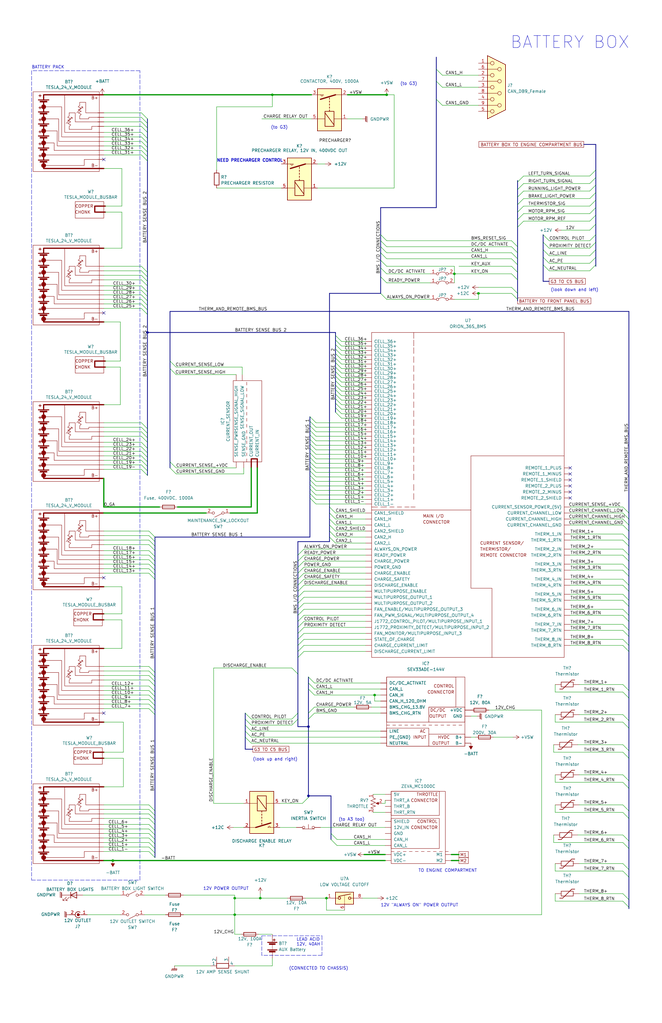
<source format=kicad_sch>
(kicad_sch (version 20211123) (generator eeschema)
  (paper "B" portrait)
  (title_block (title "ELECTRAVAN 500 SCHEMATIC") (date "2022-11-23") (rev "0.1") (company "MATTHEW BRYANT-HEIDEBRECHT") (comment 1 "(PARENTHESIS ARE SOFT REFERENCES AND MAY NOT BE CORRECT THROUGH UPDATES)") (comment 2 "THICK WIRES REPRESENT LOW GAUGE WIRES, SMALL WIRES REPRESENT HIGH GAUGE WIRES") (comment 3 "BUSES REPRESENT WIRE LOOMS ") (comment 4 "WIRES AND BUSES REPRESENT THE PHYSICAL WIRE CONFIGURATIONS"))
  (junction (at 99.06 386.08))
  (junction (at 163.195 40.005))
  (junction (at 201.93 123.825))
  (junction (at 47.625 363.22))
  (junction (at 158.115 293.37))
  (junction (at 130.175 335.915))
  (junction (at 62.23 140.335))
  (junction (at 130.175 306.705))
  (junction (at 137.795 379.095))
  (junction (at 114.935 40.005))
  (junction (at 191.77 115.57))
  (junction (at 109.855 379.095))
  (junction (at 99.06 379.095))
  (no_connect (at 240.665 207.645))
  (no_connect (at 43.815 132.08))
  (no_connect (at 240.665 202.565))
  (no_connect (at 240.665 210.185))
  (no_connect (at 240.665 205.105))
  (no_connect (at 43.815 67.31))
  (no_connect (at 43.815 300.99))
  (no_connect (at 240.665 200.025))
  (no_connect (at 43.815 243.84))
  (no_connect (at 240.665 197.485))
  (bus_entry (at 262.89 355.6) (size 2.54 2.54))
  (bus_entry (at 127.635 339.09) (size 2.54 -2.54))
  (bus_entry (at 229.235 105.41) (size 2.54 2.54))
  (bus_entry (at 262.89 380.365) (size 2.54 2.54))
  (bus_entry (at 218.44 89.535) (size 2.54 -2.54))
  (bus_entry (at 103.505 308.61) (size 2.54 2.54))
  (bus_entry (at 251.46 108.585) (size -2.54 2.54))
  (bus_entry (at 251.46 105.41) (size -2.54 2.54))
  (bus_entry (at 141.605 143.51) (size 2.54 2.54))
  (bus_entry (at 215.9 101.6) (size 2.54 2.54))
  (bus_entry (at 125.73 254.635) (size 2.54 -2.54))
  (bus_entry (at 130.81 189.23) (size 2.54 2.54))
  (bus_entry (at 62.23 50.165) (size -2.54 -2.54))
  (bus_entry (at 262.89 301.625) (size 2.54 2.54))
  (bus_entry (at 160.655 113.03) (size 2.54 2.54))
  (bus_entry (at 215.9 115.57) (size 2.54 2.54))
  (bus_entry (at 262.89 250.825) (size 2.54 2.54))
  (bus_entry (at 65.405 238.76) (size -2.54 -2.54))
  (bus_entry (at 103.505 300.99) (size 2.54 2.54))
  (bus_entry (at 62.23 120.65) (size -2.54 -2.54))
  (bus_entry (at 215.9 106.68) (size 2.54 2.54))
  (bus_entry (at 65.405 342.265) (size -2.54 -2.54))
  (bus_entry (at 65.405 228.6) (size -2.54 -2.54))
  (bus_entry (at 160.655 123.825) (size 2.54 2.54))
  (bus_entry (at 262.89 259.715) (size 2.54 2.54))
  (bus_entry (at 251.46 74.93) (size -2.54 2.54))
  (bus_entry (at 141.605 172.085) (size 2.54 2.54))
  (bus_entry (at 130.81 194.945) (size 2.54 2.54))
  (bus_entry (at 262.89 238.125) (size 2.54 2.54))
  (bus_entry (at 139.065 216.535) (size 2.54 2.54))
  (bus_entry (at 62.23 191.135) (size -2.54 -2.54))
  (bus_entry (at 262.89 225.425) (size 2.54 2.54))
  (bus_entry (at 139.7 354.33) (size 2.54 2.54))
  (bus_entry (at 262.89 288.925) (size 2.54 2.54))
  (bus_entry (at 65.405 358.14) (size -2.54 -2.54))
  (bus_entry (at 262.89 327.025) (size 2.54 2.54))
  (bus_entry (at 229.235 99.06) (size 2.54 2.54))
  (bus_entry (at 125.73 252.095) (size 2.54 -2.54))
  (bus_entry (at 141.605 141.605) (size 2.54 2.54))
  (bus_entry (at 262.89 364.49) (size 2.54 2.54))
  (bus_entry (at 141.605 149.225) (size 2.54 2.54))
  (bus_entry (at 125.73 262.255) (size 2.54 -2.54))
  (bus_entry (at 62.23 193.04) (size -2.54 -2.54))
  (bus_entry (at 65.405 360.045) (size -2.54 -2.54))
  (bus_entry (at 141.605 170.18) (size 2.54 2.54))
  (bus_entry (at 141.605 151.13) (size 2.54 2.54))
  (bus_entry (at 160.655 99.06) (size 2.54 2.54))
  (bus_entry (at 218.44 80.01) (size 2.54 -2.54))
  (bus_entry (at 65.405 244.475) (size -2.54 -2.54))
  (bus_entry (at 62.23 184.785) (size -2.54 -2.54))
  (bus_entry (at 141.605 168.275) (size 2.54 2.54))
  (bus_entry (at 215.9 121.285) (size 2.54 2.54))
  (bus_entry (at 71.755 194.945) (size 2.54 2.54))
  (bus_entry (at 139.065 213.995) (size 2.54 2.54))
  (bus_entry (at 130.81 196.85) (size 2.54 2.54))
  (bus_entry (at 65.405 301.625) (size -2.54 -2.54))
  (bus_entry (at 62.23 127) (size -2.54 -2.54))
  (bus_entry (at 262.89 304.8) (size 2.54 2.54))
  (bus_entry (at 139.065 221.615) (size 2.54 2.54))
  (bus_entry (at 262.89 231.775) (size 2.54 2.54))
  (bus_entry (at 65.405 299.72) (size -2.54 -2.54))
  (bus_entry (at 103.505 306.07) (size 2.54 2.54))
  (bus_entry (at 218.44 86.36) (size 2.54 -2.54))
  (bus_entry (at 65.405 283.845) (size -2.54 -2.54))
  (bus_entry (at 71.755 197.485) (size 2.54 2.54))
  (bus_entry (at 65.405 352.425) (size -2.54 -2.54))
  (bus_entry (at 62.23 128.905) (size -2.54 -2.54))
  (bus_entry (at 141.605 154.94) (size 2.54 2.54))
  (bus_entry (at 62.23 182.88) (size -2.54 -2.54))
  (bus_entry (at 62.23 53.975) (size -2.54 -2.54))
  (bus_entry (at 130.81 210.185) (size 2.54 2.54))
  (bus_entry (at 125.73 269.875) (size 2.54 -2.54))
  (bus_entry (at 130.81 181.61) (size 2.54 2.54))
  (bus_entry (at 125.73 272.415) (size 2.54 -2.54))
  (bus_entry (at 215.9 123.825) (size 2.54 2.54))
  (bus_entry (at 62.23 55.88) (size -2.54 -2.54))
  (bus_entry (at 62.23 114.935) (size -2.54 -2.54))
  (bus_entry (at 262.89 367.665) (size 2.54 2.54))
  (bus_entry (at 229.235 108.585) (size 2.54 2.54))
  (bus_entry (at 262.89 247.015) (size 2.54 2.54))
  (bus_entry (at 141.605 173.99) (size 2.54 2.54))
  (bus_entry (at 65.405 297.815) (size -2.54 -2.54))
  (bus_entry (at 262.89 314.325) (size 2.54 2.54))
  (bus_entry (at 130.175 285.75) (size 2.54 2.54))
  (bus_entry (at 103.505 303.53) (size 2.54 2.54))
  (bus_entry (at 65.405 285.75) (size -2.54 -2.54))
  (bus_entry (at 141.605 153.035) (size 2.54 2.54))
  (bus_entry (at 229.235 102.235) (size 2.54 2.54))
  (bus_entry (at 65.405 344.17) (size -2.54 -2.54))
  (bus_entry (at 65.405 230.505) (size -2.54 -2.54))
  (bus_entry (at 62.23 118.745) (size -2.54 -2.54))
  (bus_entry (at 62.23 196.85) (size -2.54 -2.54))
  (bus_entry (at 65.405 236.855) (size -2.54 -2.54))
  (bus_entry (at 160.655 109.855) (size 2.54 2.54))
  (bus_entry (at 65.405 346.075) (size -2.54 -2.54))
  (bus_entry (at 160.655 101.6) (size 2.54 2.54))
  (bus_entry (at 262.89 263.525) (size 2.54 2.54))
  (bus_entry (at 125.73 244.475) (size 2.54 -2.54))
  (bus_entry (at 125.73 236.855) (size 2.54 -2.54))
  (bus_entry (at 125.73 241.935) (size 2.54 -2.54))
  (bus_entry (at 65.405 361.95) (size -2.54 -2.54))
  (bus_entry (at 262.89 219.075) (size 2.54 2.54))
  (bus_entry (at 262.89 244.475) (size 2.54 2.54))
  (bus_entry (at 71.755 155.575) (size 2.54 2.54))
  (bus_entry (at 130.81 187.325) (size 2.54 2.54))
  (bus_entry (at 65.405 289.56) (size -2.54 -2.54))
  (bus_entry (at 251.46 84.455) (size -2.54 2.54))
  (bus_entry (at 62.23 123.19) (size -2.54 -2.54))
  (bus_entry (at 125.73 234.315) (size 2.54 -2.54))
  (bus_entry (at 262.89 352.425) (size 2.54 2.54))
  (bus_entry (at 184.15 29.21) (size 2.54 2.54))
  (bus_entry (at 184.15 34.29) (size 2.54 2.54))
  (bus_entry (at 184.15 41.91) (size 2.54 2.54))
  (bus_entry (at 251.46 90.805) (size -2.54 2.54))
  (bus_entry (at 251.46 87.63) (size -2.54 2.54))
  (bus_entry (at 262.89 330.2) (size 2.54 2.54))
  (bus_entry (at 141.605 156.845) (size 2.54 2.54))
  (bus_entry (at 65.405 292.1) (size -2.54 -2.54))
  (bus_entry (at 65.405 226.695) (size -2.54 -2.54))
  (bus_entry (at 262.89 377.19) (size 2.54 2.54))
  (bus_entry (at 65.405 356.235) (size -2.54 -2.54))
  (bus_entry (at 130.81 193.04) (size 2.54 2.54))
  (bus_entry (at 65.405 242.57) (size -2.54 -2.54))
  (bus_entry (at 262.89 292.1) (size 2.54 2.54))
  (bus_entry (at 262.89 339.725) (size 2.54 2.54))
  (bus_entry (at 160.655 106.68) (size 2.54 2.54))
  (bus_entry (at 62.23 67.945) (size -2.54 -2.54))
  (bus_entry (at 65.405 295.91) (size -2.54 -2.54))
  (bus_entry (at 218.44 92.71) (size 2.54 -2.54))
  (bus_entry (at 125.73 264.795) (size 2.54 -2.54))
  (bus_entry (at 160.655 104.14) (size 2.54 2.54))
  (bus_entry (at 141.605 164.465) (size 2.54 2.54))
  (bus_entry (at 130.81 191.135) (size 2.54 2.54))
  (bus_entry (at 62.23 58.42) (size -2.54 -2.54))
  (bus_entry (at 65.405 234.95) (size -2.54 -2.54))
  (bus_entry (at 130.81 183.515) (size 2.54 2.54))
  (bus_entry (at 130.81 179.705) (size 2.54 2.54))
  (bus_entry (at 262.89 213.995) (size 2.54 2.54))
  (bus_entry (at 262.89 317.5) (size 2.54 2.54))
  (bus_entry (at 62.23 62.23) (size -2.54 -2.54))
  (bus_entry (at 125.73 249.555) (size 2.54 -2.54))
  (bus_entry (at 62.23 189.23) (size -2.54 -2.54))
  (bus_entry (at 125.73 257.175) (size 2.54 -2.54))
  (bus_entry (at 141.605 158.75) (size 2.54 2.54))
  (bus_entry (at 65.405 232.41) (size -2.54 -2.54))
  (bus_entry (at 262.89 272.415) (size 2.54 2.54))
  (bus_entry (at 130.175 300.99) (size 2.54 -2.54))
  (bus_entry (at 65.405 240.665) (size -2.54 -2.54))
  (bus_entry (at 130.81 175.895) (size 2.54 2.54))
  (bus_entry (at 123.19 303.53) (size 2.54 -2.54))
  (bus_entry (at 218.44 76.835) (size 2.54 -2.54))
  (bus_entry (at 262.89 257.175) (size 2.54 2.54))
  (bus_entry (at 251.46 81.28) (size -2.54 2.54))
  (bus_entry (at 251.46 111.76) (size -2.54 2.54))
  (bus_entry (at 65.405 287.655) (size -2.54 -2.54))
  (bus_entry (at 262.89 240.665) (size 2.54 2.54))
  (bus_entry (at 71.755 152.4) (size 2.54 2.54))
  (bus_entry (at 62.23 180.975) (size -2.54 -2.54))
  (bus_entry (at 251.46 78.105) (size -2.54 2.54))
  (bus_entry (at 218.44 95.885) (size 2.54 -2.54))
  (bus_entry (at 215.9 109.22) (size 2.54 2.54))
  (bus_entry (at 65.405 354.33) (size -2.54 -2.54))
  (bus_entry (at 123.19 306.07) (size 2.54 -2.54))
  (bus_entry (at 130.81 204.47) (size 2.54 2.54))
  (bus_entry (at 262.89 234.315) (size 2.54 2.54))
  (bus_entry (at 125.73 259.715) (size 2.54 -2.54))
  (bus_entry (at 125.73 267.335) (size 2.54 -2.54))
  (bus_entry (at 130.81 208.28) (size 2.54 2.54))
  (bus_entry (at 215.9 104.14) (size 2.54 2.54))
  (bus_entry (at 62.23 186.69) (size -2.54 -2.54))
  (bus_entry (at 62.23 52.07) (size -2.54 -2.54))
  (bus_entry (at 62.23 66.04) (size -2.54 -2.54))
  (bus_entry (at 125.73 239.395) (size 2.54 -2.54))
  (bus_entry (at 141.605 166.37) (size 2.54 2.54))
  (bus_entry (at 130.175 303.53) (size 2.54 -2.54))
  (bus_entry (at 130.81 200.66) (size 2.54 2.54))
  (bus_entry (at 215.9 112.395) (size 2.54 2.54))
  (bus_entry (at 262.89 269.875) (size 2.54 2.54))
  (bus_entry (at 65.405 294.005) (size -2.54 -2.54))
  (bus_entry (at 262.89 253.365) (size 2.54 2.54))
  (bus_entry (at 130.81 185.42) (size 2.54 2.54))
  (bus_entry (at 62.23 125.095) (size -2.54 -2.54))
  (bus_entry (at 248.92 97.155) (size 2.54 -2.54))
  (bus_entry (at 130.175 290.83) (size 2.54 2.54))
  (bus_entry (at 229.235 111.76) (size 2.54 2.54))
  (bus_entry (at 218.44 83.185) (size 2.54 -2.54))
  (bus_entry (at 130.81 202.565) (size 2.54 2.54))
  (bus_entry (at 251.46 71.755) (size -2.54 2.54))
  (bus_entry (at 130.81 206.375) (size 2.54 2.54))
  (bus_entry (at 262.89 227.965) (size 2.54 2.54))
  (bus_entry (at 62.23 194.945) (size -2.54 -2.54))
  (bus_entry (at 251.46 102.235) (size -2.54 2.54))
  (bus_entry (at 130.81 177.8) (size 2.54 2.54))
  (bus_entry (at 62.23 60.325) (size -2.54 -2.54))
  (bus_entry (at 262.89 342.9) (size 2.54 2.54))
  (bus_entry (at 160.655 116.84) (size 2.54 2.54))
  (bus_entry (at 62.23 116.84) (size -2.54 -2.54))
  (bus_entry (at 141.605 160.655) (size 2.54 2.54))
  (bus_entry (at 141.605 145.415) (size 2.54 2.54))
  (bus_entry (at 65.405 350.52) (size -2.54 -2.54))
  (bus_entry (at 62.23 200.66) (size -2.54 -2.54))
  (bus_entry (at 125.73 274.955) (size 2.54 -2.54))
  (bus_entry (at 262.89 216.535) (size 2.54 2.54))
  (bus_entry (at 65.405 347.98) (size -2.54 -2.54))
  (bus_entry (at 139.065 224.155) (size 2.54 2.54))
  (bus_entry (at 103.505 311.15) (size 2.54 2.54))
  (bus_entry (at 141.605 147.32) (size 2.54 2.54))
  (bus_entry (at 125.73 277.495) (size 2.54 -2.54))
  (bus_entry (at 62.23 64.135) (size -2.54 -2.54))
  (bus_entry (at 141.605 162.56) (size 2.54 2.54))
  (bus_entry (at 62.23 130.81) (size -2.54 -2.54))
  (bus_entry (at 130.175 288.29) (size 2.54 2.54))
  (bus_entry (at 125.73 247.015) (size 2.54 -2.54))
  (bus_entry (at 262.89 266.065) (size 2.54 2.54))
  (bus_entry (at 130.81 198.755) (size 2.54 2.54))
  (bus_entry (at 251.46 99.06) (size -2.54 2.54))
  (bus_entry (at 262.89 221.615) (size 2.54 2.54))
  (bus_entry (at 139.065 226.695) (size 2.54 2.54))
  (bus_entry (at 123.19 281.94) (size 2.54 2.54))
  (bus_entry (at 139.065 219.075) (size 2.54 2.54))
  (bus_entry (at 139.7 351.79) (size 2.54 2.54))
  (bus_entry (at 62.23 132.715) (size -2.54 -2.54))
  (bus_entry (at 62.23 198.755) (size -2.54 -2.54))
  (wire (pts (xy 43.815 59.69) (xy 59.69 59.69)))
  (wire (pts (xy 43.815 293.37) (xy 62.865 293.37)))
  (bus (pts (xy 251.46 71.755) (xy 251.46 60.96)))
  (wire (pts (xy 142.24 356.87) (xy 162.56 356.87)))
  (wire (pts (xy 43.815 184.15) (xy 59.69 184.15)))
  (bus (pts (xy 130.175 335.915) (xy 139.7 335.915)))
  (wire (pts (xy 43.815 304.8) (xy 52.07 304.8)))
  (bus (pts (xy 139.065 216.535) (xy 139.065 219.075)))
  (bus (pts (xy 62.23 196.85) (xy 62.23 198.755)))
  (bus (pts (xy 62.23 62.23) (xy 62.23 64.135)))
  (wire (pts (xy 91.44 79.375) (xy 118.745 79.375)))
  (wire (pts (xy 102.87 197.485) (xy 102.87 200.025)))
  (wire (pts (xy 133.35 187.96) (xy 154.305 187.96)))
  (bus (pts (xy 65.405 354.33) (xy 65.405 356.235)))
  (wire (pts (xy 144.145 157.48) (xy 154.305 157.48)))
  (wire (pts (xy 43.815 345.44) (xy 62.865 345.44)))
  (wire (pts (xy 74.93 213.995) (xy 106.045 213.995)) (stroke (width 0.5)))
  (bus (pts (xy 65.405 230.505) (xy 65.405 232.41)))
  (wire (pts (xy 133.35 186.055) (xy 154.305 186.055)))
  (wire (pts (xy 43.815 287.02) (xy 62.865 287.02)))
  (wire (pts (xy 51.435 259.08) (xy 43.815 259.08)))
  (bus (pts (xy 139.065 224.155) (xy 139.065 226.695)))
  (wire (pts (xy 128.905 379.095) (xy 137.795 379.095)))
  (bus (pts (xy 125.73 269.875) (xy 125.73 272.415)))
  (bus (pts (xy 184.15 34.29) (xy 184.15 41.91)))
  (wire (pts (xy 133.35 193.675) (xy 154.305 193.675)))
  (wire (pts (xy 43.815 130.175) (xy 59.69 130.175)))
  (bus (pts (xy 130.175 303.53) (xy 130.175 306.705)))
  (wire (pts (xy 135.255 349.25) (xy 162.56 349.25)))
  (bus (pts (xy 265.43 316.865) (xy 265.43 320.04)))
  (wire (pts (xy 201.93 121.285) (xy 215.9 121.285)))
  (bus (pts (xy 141.605 160.655) (xy 141.605 162.56)))
  (wire (pts (xy 244.475 327.025) (xy 262.89 327.025)))
  (wire (pts (xy 163.195 109.22) (xy 215.9 109.22)))
  (wire (pts (xy 234.315 304.8) (xy 234.315 301.625)))
  (bus (pts (xy 251.46 90.805) (xy 251.46 94.615)))
  (wire (pts (xy 43.815 351.79) (xy 62.865 351.79)))
  (wire (pts (xy 43.815 55.88) (xy 59.69 55.88)))
  (bus (pts (xy 265.43 236.855) (xy 265.43 240.665)))
  (bus (pts (xy 265.43 266.065) (xy 265.43 268.605)))
  (wire (pts (xy 43.815 114.3) (xy 59.69 114.3)))
  (wire (pts (xy 262.89 367.665) (xy 234.315 367.665)))
  (bus (pts (xy 265.43 216.535) (xy 265.43 219.075)))
  (bus (pts (xy 265.43 224.155) (xy 265.43 227.965)))
  (bus (pts (xy 265.43 243.205) (xy 265.43 247.015)))
  (bus (pts (xy 65.405 283.845) (xy 65.405 285.75)))
  (bus (pts (xy 65.405 285.75) (xy 65.405 287.655)))
  (wire (pts (xy 43.815 295.275) (xy 62.865 295.275)))
  (bus (pts (xy 218.44 95.885) (xy 218.44 104.14)))
  (wire (pts (xy 128.27 264.795) (xy 154.305 264.795)))
  (bus (pts (xy 103.505 311.15) (xy 103.505 316.23)))
  (bus (pts (xy 141.605 147.32) (xy 141.605 149.225)))
  (wire (pts (xy 144.145 165.1) (xy 154.305 165.1)))
  (wire (pts (xy 244.475 377.19) (xy 262.89 377.19)))
  (wire (pts (xy 240.665 227.965) (xy 262.89 227.965)))
  (bus (pts (xy 265.43 255.905) (xy 265.43 259.715)))
  (bus (pts (xy 160.655 106.68) (xy 160.655 109.855)))
  (wire (pts (xy 43.815 285.115) (xy 62.865 285.115)))
  (wire (pts (xy 43.815 192.405) (xy 59.69 192.405)))
  (wire (pts (xy 43.815 116.205) (xy 59.69 116.205)))
  (wire (pts (xy 240.665 257.175) (xy 262.89 257.175)))
  (bus (pts (xy 265.43 249.555) (xy 265.43 253.365)))
  (wire (pts (xy 144.145 159.385) (xy 154.305 159.385)))
  (wire (pts (xy 90.17 339.09) (xy 102.87 339.09)))
  (bus (pts (xy 218.44 106.68) (xy 218.44 109.22)))
  (wire (pts (xy 144.145 153.67) (xy 154.305 153.67)))
  (wire (pts (xy 43.815 186.69) (xy 59.69 186.69)))
  (polyline (pts (xy 13.335 29.845) (xy 13.335 371.475)))
  (wire (pts (xy 234.315 380.365) (xy 234.315 377.19)))
  (wire (pts (xy 163.195 106.68) (xy 215.9 106.68)))
  (wire (pts (xy 52.07 304.8) (xy 52.07 317.5)))
  (bus (pts (xy 139.065 226.695) (xy 139.065 228.6)))
  (wire (pts (xy 43.815 234.315) (xy 62.865 234.315)))
  (wire (pts (xy 43.815 190.5) (xy 59.69 190.5)))
  (bus (pts (xy 139.065 221.615) (xy 139.065 224.155)))
  (wire (pts (xy 106.045 303.53) (xy 123.19 303.53)))
  (bus (pts (xy 251.46 105.41) (xy 251.46 102.235)))
  (bus (pts (xy 251.46 84.455) (xy 251.46 87.63)))
  (wire (pts (xy 141.605 221.615) (xy 154.305 221.615)))
  (bus (pts (xy 62.23 120.65) (xy 62.23 123.19)))
  (wire (pts (xy 128.27 274.955) (xy 154.305 274.955)))
  (wire (pts (xy 186.69 31.75) (xy 201.93 31.75)))
  (wire (pts (xy 109.22 394.335) (xy 114.935 394.335)))
  (wire (pts (xy 51.435 89.535) (xy 51.435 104.775)))
  (bus (pts (xy 125.73 257.175) (xy 125.73 259.715)))
  (bus (pts (xy 141.605 149.225) (xy 141.605 151.13)))
  (wire (pts (xy 128.27 247.015) (xy 154.305 247.015)))
  (wire (pts (xy 144.145 151.765) (xy 154.305 151.765)))
  (wire (pts (xy 240.665 234.315) (xy 262.89 234.315)))
  (bus (pts (xy 130.81 204.47) (xy 130.81 206.375)))
  (polyline (pts (xy 110.49 394.97) (xy 135.89 394.97)))
  (bus (pts (xy 65.405 297.815) (xy 65.405 299.72)))
  (wire (pts (xy 133.35 205.105) (xy 154.305 205.105)))
  (bus (pts (xy 265.43 240.665) (xy 265.43 243.205)))
  (bus (pts (xy 71.755 197.485) (xy 71.755 194.945)))
  (bus (pts (xy 229.235 108.585) (xy 229.235 111.76)))
  (wire (pts (xy 102.235 154.94) (xy 102.235 158.115)))
  (wire (pts (xy 128.27 234.315) (xy 154.305 234.315)))
  (wire (pts (xy 43.815 241.935) (xy 62.865 241.935)))
  (bus (pts (xy 251.46 84.455) (xy 251.46 81.28)))
  (bus (pts (xy 130.175 290.83) (xy 130.175 300.99)))
  (bus (pts (xy 62.23 60.325) (xy 62.23 62.23)))
  (wire (pts (xy 128.27 244.475) (xy 154.305 244.475)))
  (wire (pts (xy 43.815 120.65) (xy 59.69 120.65)))
  (polyline (pts (xy 135.89 394.97) (xy 135.89 403.225)))
  (bus (pts (xy 265.43 320.04) (xy 265.43 329.565)))
  (wire (pts (xy 43.815 196.215) (xy 59.69 196.215)))
  (wire (pts (xy 109.855 377.19) (xy 109.855 379.095)))
  (wire (pts (xy 74.295 197.485) (xy 99.695 197.485)))
  (bus (pts (xy 65.405 342.265) (xy 65.405 344.17)))
  (wire (pts (xy 240.665 225.425) (xy 262.89 225.425)))
  (wire (pts (xy 128.27 262.255) (xy 154.305 262.255)))
  (wire (pts (xy 198.755 302.26) (xy 201.295 302.26)))
  (wire (pts (xy 97.155 216.535) (xy 108.585 216.535)) (stroke (width 0.5)))
  (wire (pts (xy 133.35 184.15) (xy 154.305 184.15)))
  (bus (pts (xy 65.405 228.6) (xy 65.405 230.505)))
  (wire (pts (xy 231.775 107.95) (xy 248.92 107.95)))
  (wire (pts (xy 133.35 197.485) (xy 154.305 197.485)))
  (bus (pts (xy 265.43 332.74) (xy 265.43 342.265)))
  (wire (pts (xy 157.48 335.28) (xy 162.56 335.28)))
  (bus (pts (xy 130.81 183.515) (xy 130.81 185.42)))
  (wire (pts (xy 163.195 115.57) (xy 181.61 115.57)))
  (wire (pts (xy 193.675 112.395) (xy 215.9 112.395)))
  (bus (pts (xy 125.73 234.315) (xy 125.73 236.855)))
  (bus (pts (xy 125.73 303.53) (xy 125.73 306.705)))
  (wire (pts (xy 47.625 363.22) (xy 162.56 363.22)) (stroke (width 0.5)))
  (wire (pts (xy 43.815 291.465) (xy 62.865 291.465)))
  (wire (pts (xy 114.935 40.005) (xy 131.445 40.005)) (stroke (width 0.5)))
  (bus (pts (xy 218.44 114.935) (xy 218.44 118.11)))
  (wire (pts (xy 141.605 226.695) (xy 154.305 226.695)))
  (bus (pts (xy 251.46 81.28) (xy 251.46 78.105)))
  (wire (pts (xy 106.045 311.15) (xy 160.655 311.15)))
  (wire (pts (xy 262.89 380.365) (xy 234.315 380.365)))
  (bus (pts (xy 251.46 111.76) (xy 251.46 108.585)))
  (wire (pts (xy 186.69 44.45) (xy 201.93 44.45)))
  (wire (pts (xy 162.56 339.09) (xy 162.56 337.82)))
  (wire (pts (xy 137.795 379.095) (xy 137.795 384.175)))
  (wire (pts (xy 43.815 281.305) (xy 62.865 281.305)))
  (bus (pts (xy 103.505 303.53) (xy 103.505 306.07)))
  (wire (pts (xy 141.605 229.235) (xy 154.305 229.235)))
  (wire (pts (xy 99.06 386.08) (xy 99.06 394.335)))
  (wire (pts (xy 91.44 45.085) (xy 114.935 45.085)))
  (wire (pts (xy 128.27 236.855) (xy 154.305 236.855)))
  (bus (pts (xy 62.23 66.04) (xy 62.23 67.945)))
  (wire (pts (xy 43.815 61.595) (xy 59.69 61.595)))
  (bus (pts (xy 160.655 116.84) (xy 160.655 123.825)))
  (wire (pts (xy 128.27 241.935) (xy 154.305 241.935)))
  (bus (pts (xy 62.23 127) (xy 62.23 128.905)))
  (bus (pts (xy 130.81 200.66) (xy 130.81 202.565)))
  (bus (pts (xy 130.175 306.705) (xy 130.175 335.915)))
  (wire (pts (xy 157.48 342.9) (xy 162.56 342.9)))
  (bus (pts (xy 218.44 86.36) (xy 218.44 89.535)))
  (bus (pts (xy 130.81 191.135) (xy 130.81 193.04)))
  (bus (pts (xy 265.43 294.64) (xy 265.43 304.165)))
  (wire (pts (xy 236.855 97.155) (xy 248.92 97.155)))
  (bus (pts (xy 141.605 170.18) (xy 141.605 172.085)))
  (wire (pts (xy 262.89 292.1) (xy 234.315 292.1)))
  (wire (pts (xy 144.145 172.72) (xy 154.305 172.72)))
  (wire (pts (xy 132.715 290.83) (xy 160.655 290.83)))
  (polyline (pts (xy 135.89 403.225) (xy 110.49 403.225)))
  (wire (pts (xy 43.815 57.785) (xy 59.69 57.785)))
  (wire (pts (xy 99.06 386.08) (xy 228.6 386.08)))
  (bus (pts (xy 130.81 198.755) (xy 130.81 200.66)))
  (bus (pts (xy 218.44 104.14) (xy 218.44 106.68)))
  (wire (pts (xy 99.06 379.095) (xy 109.855 379.095)))
  (bus (pts (xy 139.065 219.075) (xy 139.065 221.615)))
  (wire (pts (xy 43.815 49.53) (xy 59.69 49.53)))
  (polyline (pts (xy 13.335 371.475) (xy 59.055 371.475)))
  (wire (pts (xy 43.815 122.555) (xy 59.69 122.555)))
  (wire (pts (xy 52.07 317.5) (xy 43.815 317.5)))
  (wire (pts (xy 114.935 407.67) (xy 114.935 404.495)))
  (bus (pts (xy 130.81 177.8) (xy 130.81 179.705)))
  (wire (pts (xy 163.195 40.005) (xy 166.37 40.005)))
  (wire (pts (xy 50.8 152.4) (xy 50.8 135.89)))
  (wire (pts (xy 74.295 200.025) (xy 102.87 200.025)))
  (bus (pts (xy 65.405 236.855) (xy 65.405 238.76)))
  (wire (pts (xy 133.35 201.295) (xy 154.305 201.295)))
  (bus (pts (xy 139.065 213.995) (xy 139.065 216.535)))
  (bus (pts (xy 65.405 238.76) (xy 65.405 240.665)))
  (wire (pts (xy 43.815 247.65) (xy 51.435 247.65)))
  (bus (pts (xy 160.655 113.03) (xy 160.655 116.84)))
  (bus (pts (xy 251.46 94.615) (xy 251.46 99.06)))
  (bus (pts (xy 184.15 29.21) (xy 184.15 34.29)))
  (wire (pts (xy 99.06 407.67) (xy 114.935 407.67)))
  (wire (pts (xy 141.605 224.155) (xy 154.305 224.155)))
  (wire (pts (xy 158.115 295.91) (xy 158.115 293.37)))
  (bus (pts (xy 62.23 182.88) (xy 62.23 184.785)))
  (bus (pts (xy 65.405 289.56) (xy 65.405 292.1)))
  (wire (pts (xy 74.295 154.94) (xy 102.235 154.94)))
  (wire (pts (xy 262.89 330.2) (xy 234.315 330.2)))
  (bus (pts (xy 130.81 210.185) (xy 130.81 226.695)))
  (wire (pts (xy 243.84 314.325) (xy 262.89 314.325)))
  (wire (pts (xy 191.77 115.57) (xy 191.77 119.38)))
  (wire (pts (xy 114.935 45.085) (xy 114.935 40.005)))
  (bus (pts (xy 125.73 272.415) (xy 125.73 274.955)))
  (bus (pts (xy 229.235 111.76) (xy 229.235 118.745)))
  (bus (pts (xy 130.81 175.895) (xy 130.81 177.8)))
  (bus (pts (xy 62.23 198.755) (xy 62.23 200.66)))
  (wire (pts (xy 43.815 343.535) (xy 62.865 343.535)))
  (wire (pts (xy 234.315 330.2) (xy 234.315 327.025)))
  (wire (pts (xy 43.815 229.87) (xy 62.865 229.87)))
  (wire (pts (xy 220.98 86.995) (xy 248.92 86.995)))
  (bus (pts (xy 62.23 120.65) (xy 62.23 118.745)))
  (bus (pts (xy 251.46 102.235) (xy 251.46 99.06)))
  (wire (pts (xy 108.585 216.535) (xy 108.585 197.485)) (stroke (width 0.5)))
  (bus (pts (xy 265.43 329.565) (xy 265.43 332.74)))
  (bus (pts (xy 130.175 300.99) (xy 130.175 303.53)))
  (bus (pts (xy 62.23 123.19) (xy 62.23 125.095)))
  (wire (pts (xy 240.665 219.075) (xy 262.89 219.075)))
  (wire (pts (xy 77.47 377.825) (xy 99.06 377.825)))
  (wire (pts (xy 43.815 180.34) (xy 59.69 180.34)))
  (wire (pts (xy 50.8 170.815) (xy 50.8 154.94)))
  (wire (pts (xy 132.715 298.45) (xy 149.225 298.45)))
  (bus (pts (xy 160.655 87.63) (xy 184.15 87.63)))
  (bus (pts (xy 139.065 228.6) (xy 125.73 228.6)))
  (wire (pts (xy 163.195 112.395) (xy 191.77 112.395)))
  (wire (pts (xy 43.815 289.56) (xy 62.865 289.56)))
  (bus (pts (xy 265.43 274.955) (xy 265.43 291.465)))
  (wire (pts (xy 220.98 77.47) (xy 248.92 77.47)))
  (wire (pts (xy 163.195 119.38) (xy 181.61 119.38)))
  (bus (pts (xy 125.73 239.395) (xy 125.73 241.935)))
  (wire (pts (xy 144.145 167.005) (xy 154.305 167.005)))
  (wire (pts (xy 133.985 69.215) (xy 137.16 69.215)))
  (wire (pts (xy 128.27 239.395) (xy 154.305 239.395)))
  (bus (pts (xy 251.46 74.93) (xy 251.46 71.755)))
  (bus (pts (xy 265.43 272.415) (xy 265.43 274.955)))
  (wire (pts (xy 43.815 104.775) (xy 51.435 104.775)))
  (wire (pts (xy 144.145 147.955) (xy 154.305 147.955)))
  (wire (pts (xy 43.815 339.725) (xy 62.865 339.725)))
  (bus (pts (xy 160.655 99.06) (xy 160.655 101.6)))
  (bus (pts (xy 265.43 227.965) (xy 265.43 230.505)))
  (polyline (pts (xy 110.49 394.97) (xy 110.49 403.225)))
  (wire (pts (xy 206.375 299.72) (xy 228.6 299.72)))
  (wire (pts (xy 44.45 89.535) (xy 51.435 89.535)))
  (bus (pts (xy 62.23 194.945) (xy 62.23 196.85)))
  (wire (pts (xy 144.145 146.05) (xy 154.305 146.05)))
  (wire (pts (xy 186.69 36.83) (xy 201.93 36.83)))
  (bus (pts (xy 125.73 284.48) (xy 125.73 300.99)))
  (wire (pts (xy 99.06 377.825) (xy 99.06 379.095)))
  (bus (pts (xy 265.43 221.615) (xy 265.43 224.155)))
  (bus (pts (xy 62.23 140.335) (xy 141.605 140.335)))
  (wire (pts (xy 69.85 386.08) (xy 60.96 386.08)))
  (wire (pts (xy 43.815 213.995) (xy 67.31 213.995)) (stroke (width 0.5)))
  (wire (pts (xy 128.27 249.555) (xy 154.305 249.555)))
  (wire (pts (xy 43.815 216.535) (xy 86.995 216.535)) (stroke (width 0.5)))
  (bus (pts (xy 125.73 241.935) (xy 125.73 244.475)))
  (wire (pts (xy 43.815 178.435) (xy 59.69 178.435)))
  (wire (pts (xy 144.145 174.625) (xy 154.305 174.625)))
  (bus (pts (xy 65.405 226.695) (xy 65.405 228.6)))
  (wire (pts (xy 43.815 201.93) (xy 43.815 213.995)) (stroke (width 0.5)))
  (bus (pts (xy 71.755 131.445) (xy 265.43 131.445)))
  (wire (pts (xy 244.475 288.925) (xy 262.89 288.925)))
  (wire (pts (xy 43.815 299.085) (xy 62.865 299.085)))
  (bus (pts (xy 130.175 285.75) (xy 130.175 288.29)))
  (bus (pts (xy 65.405 226.695) (xy 130.81 226.695)))
  (bus (pts (xy 218.44 123.825) (xy 218.44 126.365)))
  (wire (pts (xy 231.775 101.6) (xy 248.92 101.6)))
  (bus (pts (xy 229.235 102.235) (xy 229.235 105.41)))
  (wire (pts (xy 262.89 342.9) (xy 234.315 342.9)))
  (wire (pts (xy 240.665 216.535) (xy 262.89 216.535)))
  (wire (pts (xy 34.925 377.825) (xy 50.8 377.825)))
  (wire (pts (xy 144.145 163.195) (xy 154.305 163.195)))
  (bus (pts (xy 218.44 89.535) (xy 218.44 92.71)))
  (wire (pts (xy 166.37 40.005) (xy 166.37 79.375)))
  (wire (pts (xy 153.035 50.165) (xy 146.685 50.165)))
  (wire (pts (xy 43.815 198.12) (xy 59.69 198.12)))
  (wire (pts (xy 43.815 226.06) (xy 62.865 226.06)))
  (wire (pts (xy 240.665 259.715) (xy 262.89 259.715)))
  (bus (pts (xy 62.23 128.905) (xy 62.23 130.81)))
  (bus (pts (xy 265.43 219.075) (xy 265.43 221.615)))
  (wire (pts (xy 240.665 240.665) (xy 262.89 240.665)))
  (wire (pts (xy 51.435 71.12) (xy 43.815 71.12)))
  (bus (pts (xy 130.81 179.705) (xy 130.81 181.61)))
  (bus (pts (xy 265.43 247.015) (xy 265.43 249.555)))
  (bus (pts (xy 251.46 112.395) (xy 251.46 111.76)))
  (bus (pts (xy 141.605 168.275) (xy 141.605 170.18)))
  (wire (pts (xy 240.665 244.475) (xy 262.89 244.475)))
  (wire (pts (xy 240.665 247.015) (xy 262.89 247.015)))
  (wire (pts (xy 240.665 266.065) (xy 262.89 266.065)))
  (wire (pts (xy 153.67 360.68) (xy 162.56 360.68)) (stroke (width 0.5)))
  (wire (pts (xy 127.635 339.09) (xy 118.11 339.09)))
  (wire (pts (xy 43.815 53.34) (xy 59.69 53.34)))
  (wire (pts (xy 106.045 306.07) (xy 123.19 306.07)))
  (bus (pts (xy 65.405 347.98) (xy 65.405 350.52)))
  (bus (pts (xy 125.73 300.99) (xy 125.73 303.53)))
  (wire (pts (xy 220.98 80.645) (xy 248.92 80.645)))
  (wire (pts (xy 110.49 50.165) (xy 131.445 50.165)))
  (wire (pts (xy 133.35 182.245) (xy 154.305 182.245)))
  (bus (pts (xy 141.605 153.035) (xy 141.605 154.94)))
  (wire (pts (xy 43.815 347.98) (xy 62.865 347.98)))
  (bus (pts (xy 265.43 345.44) (xy 265.43 354.965)))
  (wire (pts (xy 43.815 126.365) (xy 59.69 126.365)))
  (wire (pts (xy 234.315 292.1) (xy 234.315 288.925)))
  (bus (pts (xy 125.73 244.475) (xy 125.73 247.015)))
  (wire (pts (xy 144.145 149.86) (xy 154.305 149.86)))
  (bus (pts (xy 130.81 187.325) (xy 130.81 189.23)))
  (wire (pts (xy 43.815 240.03) (xy 62.865 240.03)))
  (wire (pts (xy 240.665 250.825) (xy 262.89 250.825)))
  (bus (pts (xy 62.23 67.945) (xy 62.23 114.935)))
  (bus (pts (xy 265.43 354.965) (xy 265.43 358.14)))
  (bus (pts (xy 218.44 92.71) (xy 218.44 95.885)))
  (bus (pts (xy 141.605 162.56) (xy 141.605 164.465)))
  (bus (pts (xy 125.73 247.015) (xy 125.73 249.555)))
  (bus (pts (xy 62.23 193.04) (xy 62.23 191.135)))
  (wire (pts (xy 44.45 86.995) (xy 51.435 86.995)))
  (wire (pts (xy 43.815 236.22) (xy 62.865 236.22)))
  (wire (pts (xy 121.285 379.095) (xy 109.855 379.095)))
  (wire (pts (xy 161.29 339.09) (xy 162.56 339.09)))
  (bus (pts (xy 65.405 299.72) (xy 65.405 301.625)))
  (bus (pts (xy 62.23 180.975) (xy 62.23 140.335)))
  (wire (pts (xy 60.96 377.825) (xy 69.85 377.825)))
  (wire (pts (xy 200.66 311.15) (xy 198.755 311.15)))
  (bus (pts (xy 65.405 301.625) (xy 65.405 342.265)))
  (bus (pts (xy 160.655 101.6) (xy 160.655 104.14)))
  (bus (pts (xy 71.755 155.575) (xy 71.755 194.945)))
  (wire (pts (xy 233.68 355.6) (xy 233.68 352.425)))
  (bus (pts (xy 265.43 342.265) (xy 265.43 345.44)))
  (bus (pts (xy 130.175 288.29) (xy 130.175 290.83)))
  (wire (pts (xy 51.435 86.995) (xy 51.435 71.12)))
  (wire (pts (xy 191.77 112.395) (xy 191.77 115.57)))
  (bus (pts (xy 130.81 194.945) (xy 130.81 196.85)))
  (bus (pts (xy 229.235 105.41) (xy 229.235 108.585)))
  (wire (pts (xy 44.45 152.4) (xy 50.8 152.4)))
  (wire (pts (xy 43.815 188.595) (xy 59.69 188.595)))
  (wire (pts (xy 231.775 111.125) (xy 248.92 111.125)))
  (wire (pts (xy 163.195 101.6) (xy 215.9 101.6)))
  (bus (pts (xy 184.15 24.13) (xy 184.15 29.21)))
  (wire (pts (xy 43.815 182.245) (xy 59.69 182.245)))
  (bus (pts (xy 65.405 232.41) (xy 65.405 234.95)))
  (wire (pts (xy 133.35 208.915) (xy 154.305 208.915)))
  (wire (pts (xy 43.815 227.965) (xy 62.865 227.965)))
  (wire (pts (xy 52.07 332.105) (xy 43.815 332.105)))
  (wire (pts (xy 243.84 352.425) (xy 262.89 352.425)))
  (bus (pts (xy 160.655 109.855) (xy 160.655 113.03)))
  (bus (pts (xy 251.46 60.96) (xy 246.38 60.96)))
  (wire (pts (xy 240.665 272.415) (xy 262.89 272.415)))
  (wire (pts (xy 43.815 63.5) (xy 59.69 63.5)))
  (bus (pts (xy 218.44 76.2) (xy 218.44 76.835)))
  (bus (pts (xy 130.81 206.375) (xy 130.81 208.28)))
  (bus (pts (xy 141.605 172.085) (xy 141.605 173.99)))
  (bus (pts (xy 139.7 335.915) (xy 139.7 351.79)))
  (bus (pts (xy 218.44 126.365) (xy 218.44 127)))
  (wire (pts (xy 77.47 386.08) (xy 99.06 386.08)))
  (bus (pts (xy 103.505 300.99) (xy 103.505 303.53)))
  (bus (pts (xy 103.505 316.23) (xy 106.68 316.23)))
  (bus (pts (xy 160.655 99.06) (xy 160.655 87.63)))
  (bus (pts (xy 62.23 132.715) (xy 62.23 130.81)))
  (bus (pts (xy 141.605 141.605) (xy 141.605 143.51)))
  (wire (pts (xy 91.44 71.755) (xy 91.44 45.085)))
  (bus (pts (xy 62.23 189.23) (xy 62.23 186.69)))
  (wire (pts (xy 43.815 112.395) (xy 59.69 112.395)))
  (wire (pts (xy 262.89 304.8) (xy 234.315 304.8)))
  (wire (pts (xy 201.93 123.825) (xy 201.93 126.365)))
  (bus (pts (xy 265.43 234.315) (xy 265.43 236.855)))
  (wire (pts (xy 144.145 161.29) (xy 154.305 161.29)))
  (wire (pts (xy 201.93 126.365) (xy 191.77 126.365)))
  (bus (pts (xy 65.405 350.52) (xy 65.405 352.425)))
  (wire (pts (xy 43.815 232.41) (xy 62.865 232.41)))
  (wire (pts (xy 190.5 360.68) (xy 193.675 360.68)) (stroke (width 0.5)))
  (wire (pts (xy 141.605 216.535) (xy 154.305 216.535)))
  (bus (pts (xy 265.43 253.365) (xy 265.43 255.905)))
  (wire (pts (xy 159.385 379.095) (xy 153.035 379.095)))
  (bus (pts (xy 251.46 108.585) (xy 251.46 105.41)))
  (wire (pts (xy 43.815 349.885) (xy 62.865 349.885)))
  (bus (pts (xy 160.655 106.68) (xy 160.655 104.14)))
  (bus (pts (xy 265.43 291.465) (xy 265.43 294.64)))
  (bus (pts (xy 62.23 58.42) (xy 62.23 60.325)))
  (bus (pts (xy 218.44 80.01) (xy 218.44 83.185)))
  (bus (pts (xy 62.23 50.165) (xy 62.23 52.07)))
  (wire (pts (xy 234.315 342.9) (xy 234.315 339.725)))
  (wire (pts (xy 144.145 176.53) (xy 154.305 176.53)))
  (wire (pts (xy 90.17 281.94) (xy 90.17 339.09)))
  (bus (pts (xy 130.81 193.04) (xy 130.81 194.945)))
  (wire (pts (xy 43.815 341.63) (xy 62.865 341.63)))
  (bus (pts (xy 125.73 267.335) (xy 125.73 269.875)))
  (bus (pts (xy 65.405 358.14) (xy 65.405 360.045)))
  (wire (pts (xy 160.655 295.91) (xy 158.115 295.91)))
  (bus (pts (xy 125.73 249.555) (xy 125.73 252.095)))
  (wire (pts (xy 132.715 288.29) (xy 160.655 288.29)))
  (wire (pts (xy 43.815 47.625) (xy 59.69 47.625)))
  (wire (pts (xy 73.66 407.67) (xy 88.9 407.67)))
  (bus (pts (xy 265.43 379.73) (xy 265.43 382.905)))
  (wire (pts (xy 262.89 355.6) (xy 233.68 355.6)))
  (bus (pts (xy 65.405 346.075) (xy 65.405 347.98)))
  (wire (pts (xy 133.35 207.01) (xy 154.305 207.01)))
  (wire (pts (xy 133.35 191.77) (xy 154.305 191.77)))
  (wire (pts (xy 43.815 357.505) (xy 62.865 357.505)))
  (wire (pts (xy 133.35 178.435) (xy 154.305 178.435)))
  (wire (pts (xy 43.815 118.11) (xy 59.69 118.11)))
  (wire (pts (xy 145.415 384.175) (xy 137.795 384.175)))
  (bus (pts (xy 139.065 213.995) (xy 139.065 123.825)))
  (bus (pts (xy 62.23 182.88) (xy 62.23 180.975)))
  (wire (pts (xy 128.27 272.415) (xy 154.305 272.415)))
  (wire (pts (xy 244.475 364.49) (xy 262.89 364.49)))
  (bus (pts (xy 125.73 254.635) (xy 125.73 257.175)))
  (bus (pts (xy 65.405 287.655) (xy 65.405 289.56)))
  (wire (pts (xy 201.93 123.825) (xy 215.9 123.825)))
  (bus (pts (xy 65.405 344.17) (xy 65.405 346.075)))
  (wire (pts (xy 132.715 293.37) (xy 158.115 293.37)))
  (wire (pts (xy 128.27 269.875) (xy 154.305 269.875)))
  (bus (pts (xy 125.73 252.095) (xy 125.73 254.635)))
  (wire (pts (xy 98.425 349.25) (xy 102.87 349.25)))
  (bus (pts (xy 265.43 131.445) (xy 265.43 216.535)))
  (wire (pts (xy 99.06 394.335) (xy 101.6 394.335)))
  (bus (pts (xy 62.23 116.84) (xy 62.23 118.745)))
  (wire (pts (xy 128.27 267.335) (xy 154.305 267.335)))
  (wire (pts (xy 43.815 128.27) (xy 59.69 128.27)))
  (wire (pts (xy 51.435 273.685) (xy 43.815 273.685)))
  (wire (pts (xy 244.475 339.725) (xy 262.89 339.725)))
  (wire (pts (xy 43.815 65.405) (xy 59.69 65.405)))
  (bus (pts (xy 265.43 268.605) (xy 265.43 272.415)))
  (wire (pts (xy 52.07 320.04) (xy 52.07 332.105)))
  (bus (pts (xy 141.605 151.13) (xy 141.605 153.035)))
  (bus (pts (xy 65.405 234.95) (xy 65.405 236.855)))
  (wire (pts (xy 43.815 261.62) (xy 51.435 261.62)))
  (wire (pts (xy 220.98 74.295) (xy 248.92 74.295)))
  (bus (pts (xy 71.755 152.4) (xy 71.755 131.445)))
  (wire (pts (xy 43.815 40.005) (xy 114.935 40.005)) (stroke (width 0.5)))
  (bus (pts (xy 125.73 274.955) (xy 125.73 277.495)))
  (wire (pts (xy 128.27 254.635) (xy 154.305 254.635)))
  (wire (pts (xy 141.605 219.075) (xy 154.305 219.075)))
  (bus (pts (xy 130.81 202.565) (xy 130.81 204.47)))
  (wire (pts (xy 128.27 259.715) (xy 154.305 259.715)))
  (bus (pts (xy 62.23 53.975) (xy 62.23 55.88)))
  (bus (pts (xy 141.605 143.51) (xy 141.605 145.415)))
  (wire (pts (xy 43.815 363.22) (xy 47.625 363.22)) (stroke (width 0.5)))
  (bus (pts (xy 125.73 277.495) (xy 125.73 284.48)))
  (bus (pts (xy 125.73 228.6) (xy 125.73 234.315)))
  (bus (pts (xy 65.405 292.1) (xy 65.405 294.005)))
  (bus (pts (xy 62.23 184.785) (xy 62.23 186.69)))
  (wire (pts (xy 144.145 144.145) (xy 154.305 144.145)))
  (bus (pts (xy 103.505 306.07) (xy 103.505 308.61)))
  (bus (pts (xy 62.23 125.095) (xy 62.23 127)))
  (bus (pts (xy 130.81 181.61) (xy 130.81 183.515)))
  (wire (pts (xy 163.195 40.005) (xy 161.925 40.005)))
  (wire (pts (xy 240.665 213.995) (xy 262.89 213.995)))
  (wire (pts (xy 240.665 263.525) (xy 262.89 263.525)))
  (wire (pts (xy 50.8 135.89) (xy 43.815 135.89)))
  (bus (pts (xy 251.46 87.63) (xy 251.46 90.805)))
  (wire (pts (xy 220.98 90.17) (xy 248.92 90.17)))
  (wire (pts (xy 43.815 359.41) (xy 62.865 359.41)))
  (wire (pts (xy 144.145 155.575) (xy 154.305 155.575)))
  (wire (pts (xy 90.17 281.94) (xy 123.19 281.94)))
  (wire (pts (xy 106.045 213.995) (xy 106.045 197.485)) (stroke (width 0.5)))
  (wire (pts (xy 51.435 247.65) (xy 51.435 259.08)))
  (wire (pts (xy 216.535 311.15) (xy 208.28 311.15)))
  (wire (pts (xy 133.35 180.34) (xy 154.305 180.34)))
  (bus (pts (xy 62.23 52.07) (xy 62.23 53.975)))
  (wire (pts (xy 160.655 308.61) (xy 106.045 308.61)))
  (wire (pts (xy 43.815 320.04) (xy 52.07 320.04)))
  (bus (pts (xy 229.235 99.06) (xy 229.235 102.235)))
  (wire (pts (xy 133.35 203.2) (xy 154.305 203.2)))
  (wire (pts (xy 43.815 224.155) (xy 62.865 224.155)))
  (bus (pts (xy 141.605 164.465) (xy 141.605 166.37)))
  (wire (pts (xy 244.475 301.625) (xy 262.89 301.625)))
  (wire (pts (xy 128.27 257.175) (xy 154.305 257.175)))
  (bus (pts (xy 265.43 358.14) (xy 265.43 367.03)))
  (wire (pts (xy 220.98 83.82) (xy 248.92 83.82)))
  (wire (pts (xy 43.815 124.46) (xy 59.69 124.46)))
  (bus (pts (xy 130.81 189.23) (xy 130.81 191.135)))
  (wire (pts (xy 231.775 104.775) (xy 248.92 104.775)))
  (wire (pts (xy 118.11 349.25) (xy 125.095 349.25)))
  (bus (pts (xy 62.23 132.715) (xy 62.23 140.335)))
  (bus (pts (xy 184.15 41.91) (xy 184.15 87.63)))
  (wire (pts (xy 262.89 317.5) (xy 233.68 317.5)))
  (bus (pts (xy 218.44 111.76) (xy 218.44 114.935)))
  (wire (pts (xy 190.5 363.22) (xy 193.675 363.22)) (stroke (width 0.5)))
  (bus (pts (xy 265.43 370.205) (xy 265.43 379.73)))
  (wire (pts (xy 128.27 252.095) (xy 154.305 252.095)))
  (bus (pts (xy 218.44 109.22) (xy 218.44 111.76)))
  (wire (pts (xy 133.35 212.725) (xy 154.305 212.725)))
  (wire (pts (xy 233.68 317.5) (xy 233.68 314.325)))
  (wire (pts (xy 51.435 261.62) (xy 51.435 273.685)))
  (bus (pts (xy 141.605 154.94) (xy 141.605 156.845)))
  (bus (pts (xy 130.175 306.705) (xy 125.73 306.705)))
  (wire (pts (xy 133.35 210.82) (xy 154.305 210.82)))
  (wire (pts (xy 50.8 154.94) (xy 44.45 154.94)))
  (polyline (pts (xy 59.055 371.475) (xy 59.055 29.845)))
  (bus (pts (xy 65.405 361.95) (xy 65.405 360.045)))
  (bus (pts (xy 265.43 304.165) (xy 265.43 307.34)))
  (wire (pts (xy 132.715 300.99) (xy 160.655 300.99)))
  (bus (pts (xy 265.43 307.34) (xy 265.43 316.865)))
  (wire (pts (xy 220.98 93.345) (xy 248.92 93.345)))
  (bus (pts (xy 65.405 242.57) (xy 65.405 244.475)))
  (bus (pts (xy 265.43 230.505) (xy 265.43 234.315)))
  (wire (pts (xy 133.35 195.58) (xy 154.305 195.58)))
  (bus (pts (xy 130.175 335.915) (xy 130.175 336.55)))
  (wire (pts (xy 128.27 231.775) (xy 154.305 231.775)))
  (wire (pts (xy 43.815 170.815) (xy 50.8 170.815)))
  (wire (pts (xy 74.295 158.115) (xy 99.695 158.115)))
  (bus (pts (xy 218.44 118.11) (xy 218.44 123.825)))
  (polyline (pts (xy 59.055 29.845) (xy 13.335 29.845)))
  (bus (pts (xy 62.23 55.88) (xy 62.23 58.42)))
  (wire (pts (xy 43.815 194.31) (xy 59.69 194.31)))
  (wire (pts (xy 156.845 298.45) (xy 160.655 298.45)))
  (bus (pts (xy 62.23 191.135) (xy 62.23 189.23)))
  (wire (pts (xy 133.985 79.375) (xy 166.37 79.375)))
  (wire (pts (xy 231.775 114.3) (xy 248.92 114.3)))
  (bus (pts (xy 218.44 83.185) (xy 218.44 86.36)))
  (wire (pts (xy 240.665 269.875) (xy 262.89 269.875)))
  (bus (pts (xy 65.405 356.235) (xy 65.405 358.14)))
  (wire (pts (xy 133.35 199.39) (xy 154.305 199.39)))
  (bus (pts (xy 130.81 208.28) (xy 130.81 210.185)))
  (wire (pts (xy 240.665 231.775) (xy 262.89 231.775)))
  (bus (pts (xy 265.43 259.715) (xy 265.43 262.255)))
  (bus (pts (xy 130.81 196.85) (xy 130.81 198.755)))
  (wire (pts (xy 160.655 293.37) (xy 158.115 293.37)))
  (bus (pts (xy 265.43 262.255) (xy 265.43 266.065)))
  (bus (pts (xy 71.755 152.4) (xy 71.755 155.575)))
  (wire (pts (xy 50.8 386.08) (xy 36.83 386.08)))
  (bus (pts (xy 265.43 382.905) (xy 265.43 383.54)))
  (bus (pts (xy 218.44 76.835) (xy 218.44 80.01)))
  (bus (pts (xy 125.73 262.255) (xy 125.73 264.795)))
  (bus (pts (xy 265.43 367.03) (xy 265.43 370.205)))
  (bus (pts (xy 62.23 64.135) (xy 62.23 66.04)))
  (bus (pts (xy 125.73 264.795) (xy 125.73 267.335)))
  (wire (pts (xy 240.665 238.125) (xy 262.89 238.125)))
  (bus (pts (xy 65.405 244.475) (xy 65.405 283.845)))
  (wire (pts (xy 163.195 126.365) (xy 181.61 126.365)))
  (bus (pts (xy 141.605 145.415) (xy 141.605 147.32)))
  (bus (pts (xy 65.405 240.665) (xy 65.405 242.57)))
  (wire (pts (xy 142.24 354.33) (xy 162.56 354.33)))
  (wire (pts (xy 240.665 253.365) (xy 262.89 253.365)))
  (wire (pts (xy 43.815 353.695) (xy 62.865 353.695)))
  (wire (pts (xy 43.815 297.18) (xy 62.865 297.18)))
  (wire (pts (xy 240.665 221.615) (xy 262.89 221.615)))
  (wire (pts (xy 191.77 115.57) (xy 215.9 115.57)))
  (wire (pts (xy 228.6 299.72) (xy 228.6 386.08)))
  (wire (pts (xy 163.195 104.14) (xy 215.9 104.14)))
  (bus (pts (xy 125.73 236.855) (xy 125.73 239.395)))
  (wire (pts (xy 43.815 51.435) (xy 59.69 51.435)))
  (bus (pts (xy 141.605 140.335) (xy 141.605 141.605)))
  (bus (pts (xy 62.23 193.04) (xy 62.23 194.945)))
  (bus (pts (xy 130.81 185.42) (xy 130.81 187.325)))
  (wire (pts (xy 43.815 283.21) (xy 62.865 283.21)))
  (bus (pts (xy 62.23 114.935) (xy 62.23 116.84)))
  (bus (pts (xy 229.235 118.745) (xy 231.775 118.745)))
  (bus (pts (xy 141.605 158.75) (xy 141.605 160.655)))
  (bus (pts (xy 251.46 78.105) (xy 251.46 74.93)))
  (bus (pts (xy 103.505 308.61) (xy 103.505 311.15)))
  (wire (pts (xy 99.06 379.095) (xy 99.06 386.08)))
  (bus (pts (xy 65.405 294.005) (xy 65.405 295.91)))
  (bus (pts (xy 139.065 123.825) (xy 160.655 123.825)))
  (wire (pts (xy 43.815 238.125) (xy 62.865 238.125)))
  (wire (pts (xy 133.35 189.865) (xy 154.305 189.865)))
  (wire (pts (xy 144.145 170.815) (xy 154.305 170.815)))
  (wire (pts (xy 43.815 355.6) (xy 62.865 355.6)))
  (bus (pts (xy 125.73 259.715) (xy 125.73 262.255)))
  (wire (pts (xy 234.315 367.665) (xy 234.315 364.49)))
  (bus (pts (xy 65.405 295.91) (xy 65.405 297.815)))
  (wire (pts (xy 146.685 40.005) (xy 163.195 40.005)) (stroke (width 0.5)))
  (bus (pts (xy 139.7 351.79) (xy 139.7 354.33)))
  (bus (pts (xy 141.605 156.845) (xy 141.605 158.75)))
  (bus (pts (xy 141.605 166.37) (xy 141.605 168.275)))
  (wire (pts (xy 144.145 168.91) (xy 154.305 168.91)))
  (bus (pts (xy 65.405 352.425) (xy 65.405 354.33)))
  (wire (pts (xy 106.045 313.69) (xy 160.655 313.69)))
  (text "TO ENGINE COMPARTMENT" (at 176.53 368.3 0) (effects (font (size 1.27 1.27)) (justify left bottom)))
  (text "(CONNECTED TO CHASSIS)" (at 121.92 409.575 0) (effects (font (size 1.27 1.27)) (justify left bottom)))
  (text "(to G3)" (at 168.91 36.195 0) (effects (font (size 1.27 1.27)) (justify left bottom)))
  (text "BATTERY BOX" (at 215.265 20.955 0) (effects (font (size 5.08 5.08)) (justify left bottom)))
  (text "12V POWER OUTPUT" (at 85.725 375.92 0) (effects (font (size 1.27 1.27)) (justify left bottom)))
  (text "BATTERY PACK" (at 13.335 29.21 0) (effects (font (size 1.27 1.27)) (justify left bottom)))
  (text "(to G3)" (at 114.3 54.61 0) (effects (font (size 1.27 1.27)) (justify left bottom)))
  (text "(to A3 too)" (at 142.875 346.71 0) (effects (font (size 1.27 1.27)) (justify left bottom)))
  (text "12V \"ALWAYS ON\" POWER OUTPUT" (at 160.655 382.905 0) (effects (font (size 1.27 1.27)) (justify left bottom)))
  (text "NEED PRECHARGER CONTROL" (at 91.44 68.58 0) (effects (font (size 1.27 1.27) (thickness 0.254) bold) (justify left bottom)))
  (text "(look up and right)" (at 106.68 321.31 0) (effects (font (size 1.27 1.27)) (justify left bottom)))
  (text "(look down and left)" (at 232.41 123.19 0) (effects (font (size 1.27 1.27)) (justify left bottom)))
  (text "LEAD ACID\n12V, 40AH" (at 125.095 399.415 0) (effects (font (size 1.27 1.27)) (justify left bottom)))
  (label "THERM_2_RTN" (at 246.38 304.8 0))
  (label "12V_CHG" (at 90.17 394.335 0))
  (label "BATTERY SENSE BUS 2" (at 62.23 80.645 270))
  (label "CAN1_L" (at 133.35 290.83 0))
  (label "MOTOR_RPM_REF" (at 222.885 93.345 0))
  (label "CELL_35+" (at 145.415 146.05 0))
  (label "CELL_19+" (at 145.415 176.53 0))
  (label "BMS_GND" (at 133.35 300.99 0))
  (label "DC{slash}DC ACTIVATE" (at 198.755 104.14 0))
  (label "CELL_5+" (at 145.415 203.2 0))
  (label "DC{slash}DC ACTIVATE" (at 163.83 115.57 0))
  (label "CAN1_H" (at 149.225 354.33 0))
  (label "BATTERY SENSE BUS 1" (at 65.405 278.13 90))
  (label "CELL_23+" (at 47.625 188.595 0))
  (label "CELL_3+" (at 145.415 207.01 0))
  (label "CURRENT_SENSE_LOW" (at 94.615 154.94 180))
  (label "CELL_7+" (at 46.99 299.085 0))
  (label "CURRENT_SENSE_+VDC" (at 74.295 197.485 0))
  (label "CAN1_L" (at 198.755 109.22 0))
  (label "CELL_29+" (at 47.625 122.555 0))
  (label "CAN1_GND" (at 187.96 44.45 0))
  (label "CELL_9+" (at 46.99 295.275 0))
  (label "ALWAYS_ON_POWER" (at 128.27 231.775 0))
  (label "THERM_7_RTN" (at 246.38 367.665 0))
  (label "CELL_36+" (at 145.415 144.145 0))
  (label "THERM_7_RTN" (at 240.665 266.065 0))
  (label "THERM_2+" (at 246.38 301.625 0))
  (label "AC_PE" (at 231.775 111.125 0))
  (label "CELL_16+" (at 145.415 182.245 0))
  (label "PRECHARGER?" (at 134.62 60.325 0))
  (label "CELL_33+" (at 46.99 61.595 0))
  (label "CELL_24+" (at 145.415 167.005 0))
  (label "CELL_6+" (at 145.415 201.295 0))
  (label "CELL_29+" (at 145.415 157.48 0))
  (label "KEY_AUX" (at 198.755 112.395 0))
  (label "CELL_32+" (at 145.415 151.765 0))
  (label "AC_LINE" (at 231.775 107.95 0))
  (label "CELL_15+" (at 47.625 238.125 0))
  (label "POWER_GND" (at 128.27 239.395 0))
  (label "BATTERY SENSE BUS 2" (at 62.23 137.16 270))
  (label "CELL_25+" (at 145.415 165.1 0))
  (label "CELL_14+" (at 145.415 186.055 0))
  (label "CELL_20+" (at 145.415 174.625 0))
  (label "BMS I{slash}O CONNECTIONS" (at 160.655 115.57 90))
  (label "CAN2_L" (at 141.605 229.235 0))
  (label "CELL_16+" (at 47.625 236.22 0))
  (label "CELL_8+" (at 145.415 197.485 0))
  (label "THERM_2+" (at 240.665 231.775 0))
  (label "CELL_12+" (at 46.99 289.56 0))
  (label "THERM_4_RTN" (at 240.665 247.015 0))
  (label "CELL_20+" (at 47.625 194.31 0))
  (label "CURRENT_SENSE_+VDC" (at 240.03 213.995 0))
  (label "CAN1_SHIELD" (at 141.605 216.535 0))
  (label "CELL_8+" (at 46.99 297.18 0))
  (label "THERM_1_RTN" (at 246.38 292.1 0))
  (label "CELL_21+" (at 47.625 192.405 0))
  (label "RIGHT_TURN_SIGNAL" (at 222.885 77.47 0))
  (label "CELL_14+" (at 47.625 240.03 0))
  (label "CELL_28+" (at 47.625 124.46 0))
  (label "KEY_ON" (at 198.755 115.57 0))
  (label "CELL_21+" (at 145.415 172.72 0))
  (label "CAN2_SHIELD" (at 141.605 224.155 0))
  (label "DISCHARGE_ENABLE" (at 128.27 247.015 0))
  (label "THERM_AND_REMOTE_BMS_BUS" (at 265.43 207.645 90))
  (label "CAN1_H" (at 198.755 106.68 0))
  (label "+VSW" (at 154.94 360.68 0))
  (label "THERM_8_RTN" (at 246.38 380.365 0))
  (label "THERM_1+" (at 246.38 288.925 0))
  (label "CELL_34+" (at 46.99 59.69 0))
  (label "CELL_13+" (at 47.625 241.935 0))
  (label "CURRENT_SENSE_GND" (at 74.295 200.025 0))
  (label "THERM_5+" (at 246.38 339.725 0))
  (label "CELL_30+" (at 145.415 155.575 0))
  (label "CAN1_L" (at 187.96 36.83 0))
  (label "CELL_30+" (at 47.625 120.65 0))
  (label "CELL_4+" (at 45.72 351.79 0))
  (label "CELL_19-" (at 47.625 198.12 0))
  (label "CHARGE RELAY OUT" (at 111.125 50.165 0))
  (label "THERM_4+" (at 246.38 327.025 0))
  (label "CELL_12+" (at 145.415 189.865 0))
  (label "PROXIMITY DETECT" (at 106.045 306.07 0))
  (label "CELL_27+" (at 145.415 161.29 0))
  (label "CELL_5+" (at 45.72 349.885 0))
  (label "BMS I{slash}O CONNECTIONS" (at 125.73 259.08 90))
  (label "THERM_6_RTN" (at 246.38 355.6 0))
  (label "THERM_5+" (at 240.665 250.825 0))
  (label "THERM_AND_REMOTE_BMS_BUS" (at 83.82 131.445 0))
  (label "CELL_24+" (at 47.625 186.69 0))
  (label "CAN1_L" (at 149.225 356.87 0))
  (label "CELL_28+" (at 145.415 159.385 0))
  (label "CONTROL PILOT" (at 231.775 101.6 0))
  (label "THERM_5_RTN" (at 246.38 342.9 0))
  (label "CELL_10+" (at 46.99 293.37 0))
  (label "CHARGE_POWER" (at 133.35 298.45 0))
  (label "PROXIMITY DETECT" (at 231.775 104.775 0))
  (label "THERM_3+" (at 246.38 314.325 0))
  (label "CELL_31+" (at 46.99 65.405 0))
  (label "CELL_33+" (at 145.415 149.86 0))
  (label "CURRENT_CHANNEL_HIGH" (at 240.03 219.075 0))
  (label "THERM_1_RTN" (at 240.665 227.965 0))
  (label "CELL_18+" (at 47.625 232.41 0))
  (label "CHARGE_SAFETY" (at 128.27 244.475 0))
  (label "LEFT_TURN_SIGNAL" (at 222.885 74.295 0))
  (label "CELL_23+" (at 145.415 168.91 0))
  (label "CELL_7+" (at 145.415 199.39 0))
  (label "THERM_5_RTN" (at 240.665 253.365 0))
  (label "CHARGE_ENABLE" (at 128.27 241.935 0))
  (label "CURRENT_CHANNEL_GND" (at 240.03 221.615 0))
  (label "BRAKE_LIGHT_POWER" (at 222.885 83.82 0))
  (label "12V_CHG" (at 208.915 299.72 0))
  (label "CELL_25+" (at 47.625 130.175 0))
  (label "CELL_27+" (at 47.625 126.365 0))
  (label "AC_NEUTRAL" (at 231.775 114.3 0))
  (label "CHARGE RELAY OUT" (at 140.335 349.25 0))
  (label "CELL_22+" (at 47.625 190.5 0))
  (label "THERM_3+" (at 240.665 238.125 0))
  (label "MOTOR_RPM_SIG" (at 222.885 90.17 0))
  (label "DC{slash}DC ACTIVATE" (at 133.35 288.29 0))
  (label "THERM_6+" (at 246.38 352.425 0))
  (label "THERM_6_RTN" (at 240.665 259.715 0))
  (label "READY_POWER" (at 128.27 234.315 0))
  (label "CHARGE_POWER" (at 128.27 236.855 0))
  (label "CELL_31+" (at 145.415 153.67 0))
  (label "CELL_11+" (at 145.415 191.77 0))
  (label "PROXIMITY DETECT" (at 128.27 264.795 0))
  (label "CELL_19+" (at 47.625 196.215 0))
  (label "THERM_4+" (at 240.665 244.475 0))
  (label "CELL_17+" (at 145.415 180.34 0))
  (label "CAN2_H" (at 141.605 226.695 0))
  (label "THERM_8+" (at 240.665 269.875 0))
  (label "BMS_RESET_SIG" (at 198.755 101.6 0))
  (label "CELL_13+" (at 145.415 187.96 0))
  (label "BATTERY SENSE BUS 2" (at 141.605 168.91 90))
  (label "CELL_4+" (at 145.415 205.105 0))
  (label "THERM_1+" (at 240.665 225.425 0))
  (label "AC_PE" (at 106.045 311.15 0))
  (label "THERM_7+" (at 240.665 263.525 0))
  (label "0_GA" (at 43.815 213.995 0))
  (label "BATTERY SENSE BUS 1" (at 80.645 226.695 0))
  (label "+VSW" (at 147.32 40.005 0))
  (label "THERM_3_RTN" (at 246.38 317.5 0))
  (label "CELL_1-" (at 45.72 359.41 0))
  (label "CURRENT_CHANNEL_LOW" (at 240.03 216.535 0))
  (label "CELL_6+" (at 45.72 347.98 0))
  (label "CELL_35+" (at 46.99 57.785 0))
  (label "CELL_18+" (at 145.415 178.435 0))
  (label "THERM_3_RTN" (at 240.665 240.665 0))
  (label "THERM_4_RTN" (at 246.38 330.2 0))
  (label "CELL_11+" (at 46.99 291.465 0))
  (label "CELL_9+" (at 145.415 195.58 0))
  (label "THERM_8_RTN" (at 240.665 272.415 0))
  (label "CELL_1+" (at 45.72 357.505 0))
  (label "READY_POWER" (at 163.83 119.38 0))
  (label "CELL_15+" (at 145.415 184.15 0))
  (label "THERM_7+" (at 246.38 364.49 0))
  (label "CELL_34+" (at 145.415 147.955 0))
  (label "DISCHARGE_ENABLE" (at 90.17 338.455 90))
  (label "BATTERY SENSE BUS 1" (at 130.81 198.755 90))
  (label "ALWAYS_ON_POWER" (at 163.195 126.365 0))
  (label "CAN1_H" (at 187.96 31.75 0))
  (label "THERMISTOR_SIG" (at 222.885 86.995 0))
  (label "BATTERY SENSE BUS 2" (at 99.06 140.335 0))
  (label "CELL_3+" (at 45.72 353.695 0))
  (label "CELL_2+" (at 145.415 208.915 0))
  (label "-BATT" (at 67.945 363.22 0))
  (label "THERM_AND_REMOTE_BMS_BUS" (at 242.57 131.445 180))
  (label "CELL_10+" (at 145.415 193.675 0))
  (label "RUNNING_LIGHT_POWER" (at 222.885 80.645 0))
  (label "CELL_26+" (at 47.625 128.27 0))
  (label "CONTROL PILOT" (at 128.27 262.255 0))
  (label "KEY_ON" (at 118.745 339.09 0))
  (label "CAN1_H" (at 141.605 219.075 0))
  (label "CELL_2+" (at 45.72 355.6 0))
  (label "THERM_6+" (at 240.665 257.175 0))
  (label "DISCHARGE_ENABLE" (at 93.98 281.94 0))
  (label "CAN1_H" (at 133.35 293.37 0))
  (label "CELL_22+" (at 145.415 170.815 0))
  (label "12V" (at 238.76 97.155 0))
  (label "AC_NEUTRAL" (at 106.045 313.69 0))
  (label "CONTROL PILOT" (at 106.045 303.53 0))
  (label "THERM_8+" (at 246.38 377.19 0))
  (label "AC_LINE" (at 106.045 308.61 0))
  (label "CELL_36+" (at 46.99 55.88 0))
  (label "BATTERY SENSE BUS 1" (at 65.405 334.01 90))
  (label "CELL_17+" (at 47.625 234.315 0))
  (label "CELL_26+" (at 145.415 163.195 0))
  (label "CELL_32+" (at 46.99 63.5 0))
  (label "CURRENT_SENSE_HIGH" (at 95.25 158.115 180))
  (label "CELL_1-" (at 145.415 212.725 0))
  (label "THERM_2_RTN" (at 240.665 234.315 0))
  (label "CAN1_L" (at 141.605 221.615 0))
  (label "CELL_1+" (at 145.415 210.82 0))
  (global_label "M2" (shape passive) (at 193.675 363.22 0) (property "Intersheet References" "${INTERSHEET_REFS}" (effects hide)))
  (global_label "BATTERY TO FRONT PANEL BUS" (shape passive) (at 218.44 127 0) (property "Intersheet References" "${INTERSHEET_REFS}" (effects hide)))
  (global_label "G3 TO C5 BUS" (shape passive) (at 231.775 118.745 0) (property "Intersheet References" "${INTERSHEET_REFS}" (effects hide)))
  (global_label "G3 TO C5 BUS" (shape passive) (at 106.68 316.23 0) (property "Intersheet References" "${INTERSHEET_REFS}" (effects hide)))
  (global_label "M1" (shape passive) (at 193.675 360.68 0) (property "Intersheet References" "${INTERSHEET_REFS}" (effects hide)))
  (global_label "BATTERY BOX TO ENGINE COMPARTMENT BUS" (shape passive) (at 246.38 60.96 180) (property "Intersheet References" "${INTERSHEET_REFS}" (effects hide)))
  (symbol (lib_id "Switch:SW_SPST") (at 92.075 216.535 180) (unit 1)
    (property "Reference" "SW?" (at 92.075 222.25 0))
    (property "Value" "MAINTENANCE_SW_LOCKOUT" (at 92.075 219.71 0))
  )
  (symbol (lib_id "power:GNDPWR") (at 73.66 407.67 0) (unit 1)
    (property "Reference" "#PWR?" (effects hide))
    (property "Value" "GNDPWR" (at 73.533 412.115 0))
  )
  (symbol (lib_id "power:+12V") (at 137.16 69.215 270) (unit 1)
    (property "Reference" "#PWR?" (effects hide))
    (property "Value" "+12V" (at 140.97 69.2149 90) (effects (justify left)))
  )
  (symbol (lib_id "matt's custom carp:TESLA_MODULE_BUSBAR") (at 31.115 264.16 0) (unit 1)
    (property "Reference" "W?" (at 37.6682 252.984 0))
    (property "Value" "TESLA_MODULE_BUSBAR" (at 37.6682 255.2954 0))
  )
  (symbol (lib_id "Device:Fuse") (at 204.47 311.15 90) (unit 1)
    (property "Reference" "F?" (at 204.47 306.6882 90))
    (property "Value" "200V, 30A" (at 204.47 309.2251 90))
  )
  (symbol (lib_id "matt's custom carp:SEV33ADE-144V") (at 160.655 314.96 0) (unit 1)
    (property "Reference" "IC?" (at 179.705 280.035 0))
    (property "Value" "SEV33ADE-144V" (at 179.705 282.575 0))
  )
  (symbol (lib_id "Jumper:Jumper_2_Bridged") (at 186.69 126.365 0) (unit 1)
    (property "Reference" "JP?" (at 186.69 124.5672 0))
    (property "Value" "Jumper_2_Bridged" (effects hide))
  )
  (symbol (lib_id "Connector:Conn_Coaxial_Power") (at 34.29 386.08 270) (unit 1)
    (property "Reference" "J?" (at 32.766 391.0498 90))
    (property "Value" "12V OUTLET" (at 32.766 388.5129 90))
  )
  (symbol (lib_id "Device:Fuse") (at 71.12 213.995 90) (unit 1)
    (property "Reference" "F?" (at 71.12 207.645 90))
    (property "Value" "Fuse, 400VDC, 1000A" (at 71.12 210.185 90))
  )
  (symbol (lib_id "Device:Thermistor") (at 239.395 377.19 270) (unit 1)
    (property "Reference" "TH?" (at 239.395 369.57 90))
    (property "Value" "Thermistor" (at 239.395 372.11 90))
  )
  (symbol (lib_id "matt's custom carp:ORION_36S_BMS") (at 154.305 277.495 0) (unit 1)
    (property "Reference" "U?" (at 197.485 135.255 0))
    (property "Value" "ORION_36S_BMS" (at 197.485 137.795 0))
  )
  (symbol (lib_id "Device:R_Potentiometer_US") (at 157.48 339.09 0) (unit 1)
    (property "Reference" "RV?" (at 155.575 337.8199 0) (effects (justify right)))
    (property "Value" "THROTTLE" (at 155.575 340.3599 0) (effects (justify right)))
  )
  (symbol (lib_id "Device:Fuse") (at 73.66 377.825 270) (unit 1)
    (property "Reference" "F?" (at 73.66 384.175 90))
    (property "Value" "Fuse" (at 73.66 381.635 90))
  )
  (symbol (lib_id "Jumper:Jumper_2_Bridged") (at 186.69 115.57 0) (unit 1)
    (property "Reference" "JP?" (at 186.69 113.7722 0))
    (property "Value" "Jumper_2_Bridged" (effects hide))
  )
  (symbol (lib_id "Device:LED") (at 31.115 377.825 0) (unit 1)
    (property "Reference" "D?" (at 29.5275 372.8552 0))
    (property "Value" "BATTERY BOX LIGHTS" (at 29.5275 375.3921 0))
  )
  (symbol (lib_id "matt's custom carp:TESLA_24_V_MODULE") (at 13.97 364.49 0) (unit 1)
    (property "Reference" "BT?" (at 29.083 326.644 0))
    (property "Value" "TESLA_24_V_MODULE" (at 29.083 328.9554 0))
  )
  (symbol (lib_id "Relay:G5Q-1A") (at 126.365 74.295 90) (unit 1)
    (property "Reference" "K?" (at 126.365 61.595 90))
    (property "Value" "PRECHARGER RELAY, 12V IN, 400VDC OUT" (at 126.365 63.5 90))
    (property "Datasheet" "https://www.omron.com/ecb/products/pdf/en-g5q.pdf" (effects hide))
  )
  (symbol (lib_id "Analog_Switch:ADG417BN") (at 145.415 379.095 0) (unit 1)
    (property "Reference" "U?" (at 145.415 370.84 0))
    (property "Value" "LOW VOLTAGE CUTOFF" (at 145.415 373.38 0))
  )
  (symbol (lib_id "power:+12V") (at 236.855 97.155 90) (unit 1)
    (property "Reference" "#PWR?" (effects hide))
    (property "Value" "+12V" (at 233.045 97.1549 90) (effects (justify left)))
  )
  (symbol (lib_id "power:+VSW") (at 153.67 360.68 90) (unit 1)
    (property "Reference" "#PWR?" (effects hide))
    (property "Value" "+VSW" (at 150.495 360.6799 90) (effects (justify left)))
  )
  (symbol (lib_id "Device:Fuse") (at 125.095 379.095 90) (unit 1)
    (property "Reference" "F?" (at 125.095 383.54 90))
    (property "Value" "12V, 10A" (at 125.095 381 90))
  )
  (symbol (lib_id "Device:Fuse") (at 153.035 298.45 90) (unit 1)
    (property "Reference" "F?" (at 153.035 294.64 90))
    (property "Value" "12V, 5A" (at 153.035 296.545 90))
  )
  (symbol (lib_id "Switch:SW_SPST") (at 55.88 377.825 0) (unit 1)
    (property "Reference" "SW?" (at 55.88 372.4742 0))
    (property "Value" "BATTERY BOX LIGHT SWITCH" (at 55.88 375.0111 0))
  )
  (symbol (lib_id "Switch:SW_SPST") (at 55.88 386.08 180) (unit 1)
    (property "Reference" "SW?" (at 55.88 391.4308 0))
    (property "Value" "12V OUTLET SWITCH" (at 55.88 388.8939 0))
  )
  (symbol (lib_id "power:+12C") (at 201.93 123.825 90) (unit 1)
    (property "Reference" "#PWR?" (effects hide))
    (property "Value" "+12C" (at 198.12 123.8249 90) (effects (justify left)))
  )
  (symbol (lib_id "matt's custom carp:TESLA_24_V_MODULE") (at 13.97 203.2 0) (unit 1)
    (property "Reference" "BT?" (at 29.083 165.354 0))
    (property "Value" "TESLA_24_V_MODULE" (at 29.083 167.6654 0))
  )
  (symbol (lib_id "power:+VSW") (at 216.535 311.15 270) (unit 1)
    (property "Reference" "#PWR?" (effects hide))
    (property "Value" "+VSW" (at 219.71 311.1499 90) (effects (justify left)))
  )
  (symbol (lib_id "power:-BATT") (at 47.625 363.22 180) (unit 1)
    (property "Reference" "#PWR?" (effects hide))
    (property "Value" "-BATT" (at 47.625 368.3 0))
  )
  (symbol (lib_id "Device:Thermistor") (at 238.76 314.325 270) (unit 1)
    (property "Reference" "TH?" (at 238.76 307.34 90))
    (property "Value" "Thermistor" (at 238.76 309.88 90))
  )
  (symbol (lib_id "matt's custom carp:TESLA_MODULE_BUSBAR") (at 31.75 92.075 0) (unit 1)
    (property "Reference" "W?" (at 38.3032 80.899 0))
    (property "Value" "TESLA_MODULE_BUSBAR" (at 38.3032 83.2104 0))
  )
  (symbol (lib_id "Device:R") (at 91.44 75.565 0) (unit 1)
    (property "Reference" "R?" (at 93.218 74.7303 0) (effects (justify left)))
    (property "Value" "PRECHARGER RESISTOR" (at 93.218 77.2672 0) (effects (justify left)))
  )
  (symbol (lib_id "matt's custom carp:TESLA_24_V_MODULE") (at 13.97 248.92 0) (unit 1)
    (property "Reference" "BT?" (at 29.083 211.074 0))
    (property "Value" "TESLA_24_V_MODULE" (at 29.083 213.3854 0))
  )
  (symbol (lib_id "matt's custom carp:CURRENT_SENSOR") (at 110.49 194.945 90) (unit 1)
    (property "Reference" "IC?" (at 93.98 177.8 0))
    (property "Value" "CURRENT_SENSOR" (at 96.2914 177.8 0))
  )
  (symbol (lib_id "Device:Fuse") (at 73.66 386.08 270) (unit 1)
    (property "Reference" "F?" (at 73.66 392.43 90))
    (property "Value" "Fuse" (at 73.66 389.89 90))
  )
  (symbol (lib_id "power:+12C") (at 159.385 379.095 270) (unit 1)
    (property "Reference" "#PWR?" (effects hide))
    (property "Value" "+12C" (at 162.56 379.0949 90) (effects (justify left)))
  )
  (symbol (lib_id "matt's custom carp:TESLA_24_V_MODULE") (at 13.97 306.07 0) (unit 1)
    (property "Reference" "BT?" (at 29.083 268.224 0))
    (property "Value" "TESLA_24_V_MODULE" (at 29.083 270.5354 0))
  )
  (symbol (lib_id "Device:R_Shunt") (at 93.98 407.67 90) (unit 1)
    (property "Reference" "R?" (effects hide))
    (property "Value" "12V AMP SENSE SHUNT" (at 93.98 410.21 90))
  )
  (symbol (lib_id "matt's custom carp:TESLA_MODULE_BUSBAR") (at 31.115 322.58 0) (unit 1)
    (property "Reference" "W?" (at 37.6682 311.404 0))
    (property "Value" "TESLA_MODULE_BUSBAR" (at 37.6682 313.7154 0))
  )
  (symbol (lib_id "power:+12C") (at 98.425 349.25 90) (unit 1)
    (property "Reference" "#PWR?" (effects hide))
    (property "Value" "+12C" (at 94.615 349.2499 90) (effects (justify left)))
  )
  (symbol (lib_id "Jumper:Jumper_2_Bridged") (at 186.69 119.38 0) (unit 1)
    (property "Reference" "JP?" (at 186.69 117.5822 0))
    (property "Value" "Jumper_2_Bridged" (effects hide))
  )
  (symbol (lib_id "matt's custom carp:TESLA_MODULE_BUSBAR") (at 31.75 157.48 0) (unit 1)
    (property "Reference" "W?" (at 38.3032 146.304 0))
    (property "Value" "TESLA_MODULE_BUSBAR" (at 38.3032 148.6154 0))
  )
  (symbol (lib_id "power:+VSW") (at 163.195 40.005 0) (unit 1)
    (property "Reference" "#PWR?" (effects hide))
    (property "Value" "+VSW" (at 163.195 34.925 0))
  )
  (symbol (lib_id "power:GNDPWR") (at 27.305 377.825 270) (unit 1)
    (property "Reference" "#PWR?" (effects hide))
    (property "Value" "GNDPWR" (at 23.495 377.6981 90) (effects (justify right)))
  )
  (symbol (lib_id "power:+BATT") (at 43.18 40.005 0) (unit 1)
    (property "Reference" "#PWR?" (effects hide))
    (property "Value" "+BATT" (at 43.18 34.29 0))
  )
  (symbol (lib_id "Device:Fuse") (at 202.565 299.72 90) (unit 1)
    (property "Reference" "F?" (at 202.565 294.005 90))
    (property "Value" "12V, 80A" (at 202.565 296.545 90))
  )
  (symbol (lib_id "power:GNDPWR") (at 29.21 386.08 270) (unit 1)
    (property "Reference" "#PWR?" (effects hide))
    (property "Value" "GNDPWR" (at 25.4 385.9531 90) (effects (justify right)))
  )
  (symbol (lib_id "matt's custom carp:ZEVA_MC1000C") (at 162.56 364.49 0) (unit 1)
    (property "Reference" "IC?" (at 176.53 329.565 0))
    (property "Value" "ZEVA_MC1000C" (at 176.53 331.8764 0))
  )
  (symbol (lib_id "power:+12V") (at 201.93 121.285 90) (unit 1)
    (property "Reference" "#PWR?" (effects hide))
    (property "Value" "+12V" (at 198.12 121.2849 90) (effects (justify left)))
  )
  (symbol (lib_id "Switch:SW_Push_Open") (at 130.175 349.25 0) (unit 1)
    (property "Reference" "SW?" (at 130.175 342.9 0))
    (property "Value" "INERTIA SWITCH" (at 130.175 345.44 0))
  )
  (symbol (lib_id "Device:Battery") (at 114.935 399.415 0) (unit 1)
    (property "Reference" "BT?" (at 117.602 398.1993 0) (effects (justify left)))
    (property "Value" "AUX Battery" (at 117.602 400.7362 0) (effects (justify left)))
  )
  (symbol (lib_id "power:-BATT") (at 198.755 313.69 180) (unit 1)
    (property "Reference" "#PWR?" (effects hide))
    (property "Value" "-BATT" (at 198.755 318.135 0))
  )
  (symbol (lib_id "Connector:DB9_Female") (at 209.55 36.83 0) (unit 1)
    (property "Reference" "J?" (at 214.122 35.9953 0) (effects (justify left)))
    (property "Value" "CAN_DB9_Female" (at 214.122 38.5322 0) (effects (justify left)))
    (property "Datasheet" " ~" (effects hide))
  )
  (symbol (lib_id "Device:Thermistor") (at 239.395 301.625 270) (unit 1)
    (property "Reference" "TH?" (at 239.395 294.64 90))
    (property "Value" "Thermistor" (at 239.395 297.18 90))
  )
  (symbol (lib_id "Device:Thermistor") (at 238.76 352.425 270) (unit 1)
    (property "Reference" "TH?" (at 238.76 345.44 90))
    (property "Value" "Thermistor" (at 238.76 347.98 90))
  )
  (symbol (lib_id "Device:Thermistor") (at 239.395 288.925 270) (unit 1)
    (property "Reference" "TH?" (at 239.395 281.94 90))
    (property "Value" "Thermistor" (at 239.395 284.48 90))
  )
  (symbol (lib_id "Device:Thermistor") (at 239.395 364.49 270) (unit 1)
    (property "Reference" "TH?" (at 239.395 356.87 90))
    (property "Value" "Thermistor" (at 239.395 359.41 90))
  )
  (symbol (lib_id "matt's custom carp:TESLA_24_V_MODULE") (at 13.97 137.16 0) (unit 1)
    (property "Reference" "BT?" (at 29.083 99.314 0))
    (property "Value" "TESLA_24_V_MODULE" (at 29.083 101.6254 0))
  )
  (symbol (lib_id "Device:Thermistor") (at 239.395 339.725 270) (unit 1)
    (property "Reference" "TH?" (at 239.395 332.74 90))
    (property "Value" "Thermistor" (at 239.395 335.28 90))
  )
  (symbol (lib_id "Relay:G5Q-1A") (at 110.49 344.17 270) (unit 1)
    (property "Reference" "K?" (at 110.49 356.87 90))
    (property "Value" "DISCHARGE ENABLE RELAY" (at 110.49 354.965 90))
    (property "Datasheet" "https://www.omron.com/ecb/products/pdf/en-g5q.pdf" (effects hide))
  )
  (symbol (lib_id "matt's custom carp:TESLA_24_V_MODULE") (at 13.97 72.39 0) (unit 1)
    (property "Reference" "BT?" (at 29.083 34.544 0))
    (property "Value" "TESLA_24_V_MODULE" (at 29.083 36.8554 0))
  )
  (symbol (lib_id "power:GNDPWR") (at 153.035 50.165 90) (unit 1)
    (property "Reference" "#PWR?" (effects hide))
    (property "Value" "GNDPWR" (at 156.21 50.2919 90) (effects (justify right)))
  )
  (symbol (lib_id "Device:Thermistor") (at 239.395 327.025 270) (unit 1)
    (property "Reference" "TH?" (at 239.395 320.04 90))
    (property "Value" "Thermistor" (at 239.395 322.58 90))
  )
  (symbol (lib_id "Relay:G5Q-1A") (at 139.065 45.085 90) (unit 1)
    (property "Reference" "K?" (at 139.065 32.385 90))
    (property "Value" "CONTACTOR, 400V, 1000A" (at 139.065 34.29 90))
    (property "Datasheet" "https://www.omron.com/ecb/products/pdf/en-g5q.pdf" (effects hide))
  )
  (symbol (lib_id "power:GNDPWR") (at 201.295 302.26 90) (unit 1)
    (property "Reference" "#PWR?" (effects hide))
    (property "Value" "GNDPWR" (at 204.47 302.3869 90) (effects (justify right)))
  )
  (symbol (lib_id "power:+12V") (at 109.855 377.19 0) (unit 1)
    (property "Reference" "#PWR?" (effects hide))
    (property "Value" "+12V" (at 109.855 371.475 0))
  )
  (symbol (lib_id "Device:Fuse") (at 105.41 394.335 90) (unit 1)
    (property "Reference" "F?" (at 105.41 398.78 90))
    (property "Value" "12V, 100A" (at 105.41 396.24 90))
  )
)
</source>
